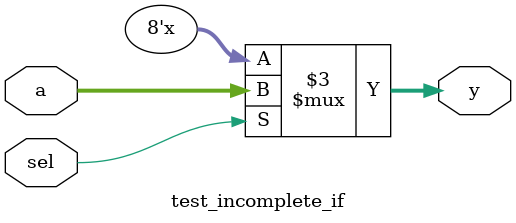
<source format=sv>

module test_incomplete_if(
  input logic sel,
  input logic [7:0] a,
  output logic [7:0] y
);
  always_comb begin
    if (sel)
      y = a;
  end
endmodule

</source>
